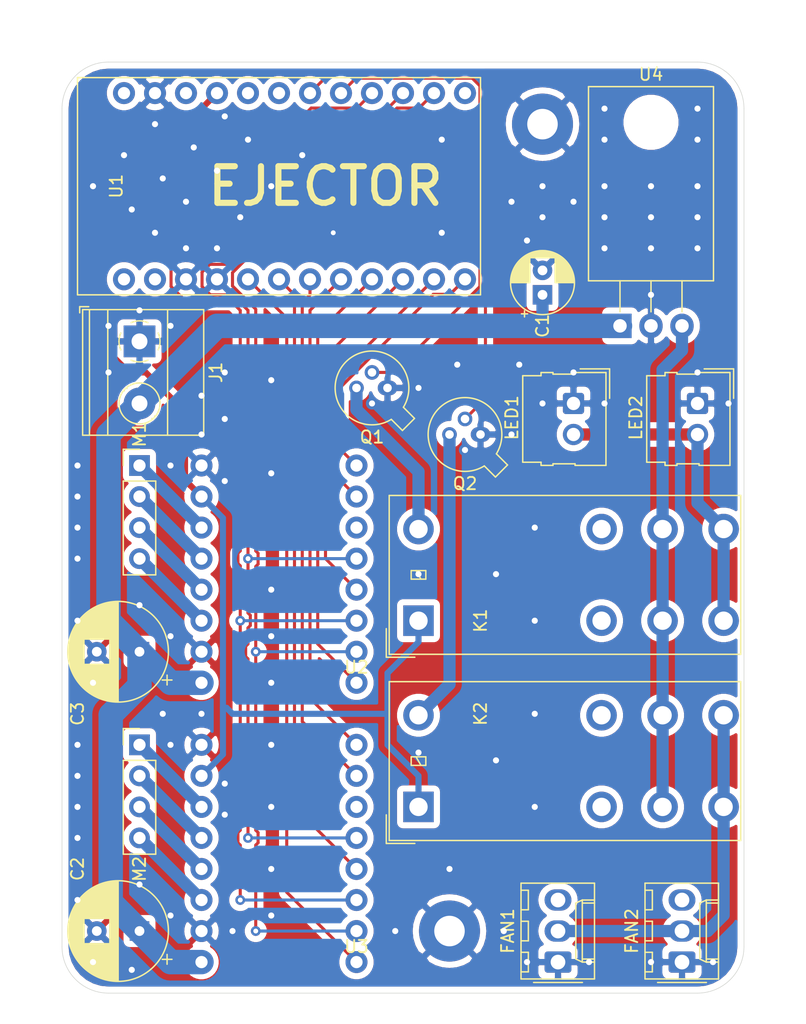
<source format=kicad_pcb>
(kicad_pcb (version 20171130) (host pcbnew "(5.1.5)-3")
  (layers (0 F.Cu signal) (31 B.Cu signal) (34 B.Paste user) (35 F.Paste user) (36 B.SilkS user) (37 F.SilkS user) (38 B.Mask user) (39 F.Mask user) (44 Edge.Cuts user))
  (net 0 "")
  (net 1 GND)
  (net 2 +12V)
  (net 3 +24V)
  (net 4 "Net-(FAN1-Pad3)")
  (net 5 "Net-(FAN1-Pad2)")
  (net 6 "Net-(FAN2-Pad3)")
  (net 7 "Net-(K1-Pad7)")
  (net 8 "Net-(K1-Pad4)")
  (net 9 "Net-(K1-Pad2)")
  (net 10 "Net-(K2-Pad2)")
  (net 11 +5V)
  (net 12 "Net-(M1-Pad4)")
  (net 13 "Net-(M1-Pad3)")
  (net 14 "Net-(M1-Pad2)")
  (net 15 "Net-(M1-Pad1)")
  (net 16 "Net-(M2-Pad4)")
  (net 17 "Net-(M2-Pad3)")
  (net 18 "Net-(M2-Pad2)")
  (net 19 "Net-(M2-Pad1)")
  (net 20 "Net-(U1-Pad24)")
  (net 21 "Net-(U1-Pad22)")
  (net 22 "Net-(U1-Pad20)")
  (net 23 "Net-(U1-Pad19)")
  (net 24 "Net-(U1-Pad2)")
  (net 25 "Net-(U1-Pad1)")
  (net 26 "Net-(K2-Pad7)")
  (net 27 "Net-(K1-Pad8)")
  (net 28 "Net-(K2-Pad8)")
  (net 29 "Net-(U2-Pad6)")
  (net 30 "Net-(U3-Pad6)")
  (net 31 /LED_EN)
  (net 32 /FAN_EN)
  (net 33 /SCLK)
  (net 34 /MISO)
  (net 35 /MOSI)
  (net 36 /M1_DIR)
  (net 37 /M1_STEP)
  (net 38 /M1_CS)
  (net 39 /M1_EN)
  (net 40 /M2_DIR)
  (net 41 /M2_STEP)
  (net 42 /M2_CS)
  (net 43 /M2_EN)
  (net 44 "Net-(U1-Pad13)")
  (module ejector:ARDUINOPROMICRO (layer F.Cu) (at 123.19 80.01 90)
    (fp_text reference U1 (at 0 -13.335 90) (layer F.SilkS))
    (fp_text value Arduino_pro_micro)
    (pad 24 thru_hole circle (at 7.62 -12.7 90) (size 1.8 1.8) (drill 1) (layers *.Cu *.Mask) (net 20 "Net-(U1-Pad24)"))
    (pad 23 thru_hole circle (at 7.62 -10.16 90) (size 1.8 1.8) (drill 1) (layers *.Cu *.Mask) (net 1 GND))
    (pad 22 thru_hole circle (at 7.62 -7.62 90) (size 1.8 1.8) (drill 1) (layers *.Cu *.Mask) (net 21 "Net-(U1-Pad22)"))
    (pad 21 thru_hole circle (at 7.62 -5.08 90) (size 1.8 1.8) (drill 1) (layers *.Cu *.Mask) (net 11 +5V))
    (pad 20 thru_hole circle (at 7.62 -2.54 90) (size 1.8 1.8) (drill 1) (layers *.Cu *.Mask) (net 22 "Net-(U1-Pad20)"))
    (pad 19 thru_hole circle (at 7.62 0 90) (size 1.8 1.8) (drill 1) (layers *.Cu *.Mask) (net 23 "Net-(U1-Pad19)"))
    (pad 18 thru_hole circle (at 7.62 2.54 90) (size 1.8 1.8) (drill 1) (layers *.Cu *.Mask) (net 32 /FAN_EN))
    (pad 17 thru_hole circle (at 7.62 5.08 90) (size 1.8 1.8) (drill 1) (layers *.Cu *.Mask) (net 31 /LED_EN))
    (pad 16 thru_hole circle (at 7.62 7.62 90) (size 1.8 1.8) (drill 1) (layers *.Cu *.Mask) (net 33 /SCLK))
    (pad 15 thru_hole circle (at 7.62 10.16 90) (size 1.8 1.8) (drill 1) (layers *.Cu *.Mask) (net 34 /MISO))
    (pad 14 thru_hole circle (at 7.62 12.7 90) (size 1.8 1.8) (drill 1) (layers *.Cu *.Mask) (net 35 /MOSI))
    (pad 13 thru_hole circle (at 7.62 15.24 90) (size 1.8 1.8) (drill 1) (layers *.Cu *.Mask) (net 44 "Net-(U1-Pad13)"))
    (pad 12 thru_hole circle (at -7.62 15.24 90) (size 1.8 1.8) (drill 1) (layers *.Cu *.Mask) (net 36 /M1_DIR))
    (pad 11 thru_hole circle (at -7.62 12.7 90) (size 1.8 1.8) (drill 1) (layers *.Cu *.Mask) (net 37 /M1_STEP))
    (pad 10 thru_hole circle (at -7.62 10.16 90) (size 1.8 1.8) (drill 1) (layers *.Cu *.Mask) (net 38 /M1_CS))
    (pad 9 thru_hole circle (at -7.62 7.62 90) (size 1.8 1.8) (drill 1) (layers *.Cu *.Mask) (net 39 /M1_EN))
    (pad 8 thru_hole circle (at -7.62 5.08 90) (size 1.8 1.8) (drill 1) (layers *.Cu *.Mask) (net 40 /M2_DIR))
    (pad 7 thru_hole circle (at -7.62 2.54 90) (size 1.8 1.8) (drill 1) (layers *.Cu *.Mask) (net 41 /M2_STEP))
    (pad 6 thru_hole circle (at -7.62 0 90) (size 1.8 1.8) (drill 1) (layers *.Cu *.Mask) (net 42 /M2_CS))
    (pad 5 thru_hole circle (at -7.62 -2.54 90) (size 1.8 1.8) (drill 1) (layers *.Cu *.Mask) (net 43 /M2_EN))
    (pad 4 thru_hole circle (at -7.62 -5.08 90) (size 1.8 1.8) (drill 1) (layers *.Cu *.Mask) (net 1 GND))
    (pad 3 thru_hole circle (at -7.62 -7.62 90) (size 1.8 1.8) (drill 1) (layers *.Cu *.Mask) (net 1 GND))
    (pad 2 thru_hole circle (at -7.62 -10.16 90) (size 1.8 1.8) (drill 1) (layers *.Cu *.Mask) (net 24 "Net-(U1-Pad2)"))
    (pad 1 thru_hole circle (at -7.62 -12.7 90) (size 1.8 1.8) (drill 1) (layers *.Cu *.Mask) (net 25 "Net-(U1-Pad1)"))
  )
  (module ejector:A4988 (layer F.Cu) (at 129.54 143.51 180)
    (fp_text reference U3 (at 0 1.27) (layer F.SilkS))
    (fp_text value A4988)
    (pad 16 thru_hole circle (at 12.7 0 180) (size 1.8 1.8) (drill 1) (layers *.Cu *.Mask) (net 3 +24V))
    (pad 15 thru_hole circle (at 12.7 2.54 180) (size 1.8 1.8) (drill 1) (layers *.Cu *.Mask) (net 1 GND))
    (pad 14 thru_hole circle (at 12.7 5.08 180) (size 1.8 1.8) (drill 1) (layers *.Cu *.Mask) (net 16 "Net-(M2-Pad4)"))
    (pad 13 thru_hole circle (at 12.7 7.62 180) (size 1.8 1.8) (drill 1) (layers *.Cu *.Mask) (net 17 "Net-(M2-Pad3)"))
    (pad 12 thru_hole circle (at 12.7 10.16 180) (size 1.8 1.8) (drill 1) (layers *.Cu *.Mask) (net 18 "Net-(M2-Pad2)"))
    (pad 11 thru_hole circle (at 12.7 12.7 180) (size 1.8 1.8) (drill 1) (layers *.Cu *.Mask) (net 19 "Net-(M2-Pad1)"))
    (pad 10 thru_hole circle (at 12.7 15.24 180) (size 1.8 1.8) (drill 1) (layers *.Cu *.Mask) (net 11 +5V))
    (pad 9 thru_hole circle (at 12.7 17.78 180) (size 1.8 1.8) (drill 1) (layers *.Cu *.Mask) (net 1 GND))
    (pad 8 thru_hole circle (at 0 17.78 180) (size 1.8 1.8) (drill 1) (layers *.Cu *.Mask) (net 40 /M2_DIR))
    (pad 7 thru_hole circle (at 0 15.24 180) (size 1.8 1.8) (drill 1) (layers *.Cu *.Mask) (net 41 /M2_STEP))
    (pad 6 thru_hole circle (at 0 12.7 180) (size 1.8 1.8) (drill 1) (layers *.Cu *.Mask) (net 30 "Net-(U3-Pad6)"))
    (pad 5 thru_hole circle (at 0 10.16 180) (size 1.8 1.8) (drill 1) (layers *.Cu *.Mask) (net 34 /MISO))
    (pad 4 thru_hole circle (at 0 7.62 180) (size 1.8 1.8) (drill 1) (layers *.Cu *.Mask) (net 42 /M2_CS))
    (pad 3 thru_hole circle (at 0 5.08 180) (size 1.8 1.8) (drill 1) (layers *.Cu *.Mask) (net 33 /SCLK))
    (pad 2 thru_hole circle (at 0 2.54 180) (size 1.8 1.8) (drill 1) (layers *.Cu *.Mask) (net 35 /MOSI))
    (pad 1 thru_hole circle (at 0 0 180) (size 1.8 1.8) (drill 1) (layers *.Cu *.Mask) (net 43 /M2_EN))
  )
  (module ejector:A4988 (layer F.Cu) (at 129.54 120.65 180)
    (fp_text reference U2 (at 0 1.27) (layer F.SilkS))
    (fp_text value A4988)
    (pad 16 thru_hole circle (at 12.7 0 180) (size 1.8 1.8) (drill 1) (layers *.Cu *.Mask) (net 3 +24V))
    (pad 15 thru_hole circle (at 12.7 2.54 180) (size 1.8 1.8) (drill 1) (layers *.Cu *.Mask) (net 1 GND))
    (pad 14 thru_hole circle (at 12.7 5.08 180) (size 1.8 1.8) (drill 1) (layers *.Cu *.Mask) (net 12 "Net-(M1-Pad4)"))
    (pad 13 thru_hole circle (at 12.7 7.62 180) (size 1.8 1.8) (drill 1) (layers *.Cu *.Mask) (net 13 "Net-(M1-Pad3)"))
    (pad 12 thru_hole circle (at 12.7 10.16 180) (size 1.8 1.8) (drill 1) (layers *.Cu *.Mask) (net 14 "Net-(M1-Pad2)"))
    (pad 11 thru_hole circle (at 12.7 12.7 180) (size 1.8 1.8) (drill 1) (layers *.Cu *.Mask) (net 15 "Net-(M1-Pad1)"))
    (pad 10 thru_hole circle (at 12.7 15.24 180) (size 1.8 1.8) (drill 1) (layers *.Cu *.Mask) (net 11 +5V))
    (pad 9 thru_hole circle (at 12.7 17.78 180) (size 1.8 1.8) (drill 1) (layers *.Cu *.Mask) (net 1 GND))
    (pad 8 thru_hole circle (at 0 17.78 180) (size 1.8 1.8) (drill 1) (layers *.Cu *.Mask) (net 36 /M1_DIR))
    (pad 7 thru_hole circle (at 0 15.24 180) (size 1.8 1.8) (drill 1) (layers *.Cu *.Mask) (net 37 /M1_STEP))
    (pad 6 thru_hole circle (at 0 12.7 180) (size 1.8 1.8) (drill 1) (layers *.Cu *.Mask) (net 29 "Net-(U2-Pad6)"))
    (pad 5 thru_hole circle (at 0 10.16 180) (size 1.8 1.8) (drill 1) (layers *.Cu *.Mask) (net 34 /MISO))
    (pad 4 thru_hole circle (at 0 7.62 180) (size 1.8 1.8) (drill 1) (layers *.Cu *.Mask) (net 38 /M1_CS))
    (pad 3 thru_hole circle (at 0 5.08 180) (size 1.8 1.8) (drill 1) (layers *.Cu *.Mask) (net 33 /SCLK))
    (pad 2 thru_hole circle (at 0 2.54 180) (size 1.8 1.8) (drill 1) (layers *.Cu *.Mask) (net 35 /MOSI))
    (pad 1 thru_hole circle (at 0 0 180) (size 1.8 1.8) (drill 1) (layers *.Cu *.Mask) (net 39 /M1_EN))
  )
  (module Package_TO_SOT_THT:TO-18-3 (layer F.Cu) (at 139.7 100.33 180)
    (fp_text reference Q2 (at 1.27 -4.02 180) (layer F.SilkS))
    (fp_text value 2N2222)
    (pad 3 thru_hole oval (at 2.54 0 180) (size 1.2 1.2) (drill 0.7) (layers *.Cu *.Mask) (net 28 "Net-(K2-Pad8)"))
    (pad 2 thru_hole oval (at 1.27 1.27 180) (size 1.2 1.2) (drill 0.7) (layers *.Cu *.Mask) (net 32 /FAN_EN))
    (pad 1 thru_hole oval (at 0 0 180) (size 1.6 1.2) (drill 0.7) (layers *.Cu *.Mask) (net 1 GND))
  )
  (module MountingHole:MountingHole_2.5mm_Pad (layer F.Cu) (at 137.16 140.97)
    (fp_text reference H2 hide)
    (fp_text value MountingHole_Pad)
    (pad 1 thru_hole circle (at 0 0) (size 5 5) (drill 2.5) (layers *.Cu *.Mask) (net 1 GND))
  )
  (module MountingHole:MountingHole_2.5mm_Pad (layer F.Cu) (at 144.78 74.93)
    (fp_text reference H1 hide)
    (fp_text value MountingHole_Pad)
    (pad 1 thru_hole circle (at 0 0) (size 5 5) (drill 2.5) (layers *.Cu *.Mask) (net 1 GND))
  )
  (module Capacitor_THT:CP_Radial_D8.0mm_P3.50mm (layer F.Cu) (at 111.76 140.97 180)
    (fp_text reference C2 (at 5.08 5.08 90) (layer F.SilkS))
    (fp_text value 100u)
    (pad 2 thru_hole circle (at 3.5 0 180) (size 1.6 1.6) (drill 0.8) (layers *.Cu *.Mask) (net 1 GND))
    (pad 1 thru_hole rect (at 0 0 180) (size 1.6 1.6) (drill 0.8) (layers *.Cu *.Mask) (net 3 +24V))
  )
  (module Relay_THT:Relay_DPDT_Panasonic_JW2 (layer F.Cu) (at 134.62 115.57)
    (fp_text reference K1 (at 5.08 0 90) (layer F.SilkS))
    (fp_text value AZ850-x)
    (pad 8 thru_hole oval (at 0 -7.5 90) (size 2.5 2.5) (drill 1.5) (layers *.Cu *.Mask) (net 27 "Net-(K1-Pad8)"))
    (pad 7 thru_hole oval (at 15 -7.5 90) (size 2.5 2.5) (drill 1.5) (layers *.Cu *.Mask) (net 7 "Net-(K1-Pad7)"))
    (pad 6 thru_hole oval (at 20 -7.5 90) (size 2.5 2.5) (drill 1.5) (layers *.Cu *.Mask) (net 2 +12V))
    (pad 5 thru_hole oval (at 25 -7.5 90) (size 2.5 2.5) (drill 1.5) (layers *.Cu *.Mask) (net 8 "Net-(K1-Pad4)"))
    (pad 4 thru_hole oval (at 25 0 90) (size 2.5 2.5) (drill 1.5) (layers *.Cu *.Mask) (net 8 "Net-(K1-Pad4)"))
    (pad 3 thru_hole oval (at 20 0 90) (size 2.5 2.5) (drill 1.5) (layers *.Cu *.Mask) (net 2 +12V))
    (pad 2 thru_hole oval (at 15 0 90) (size 2.5 2.5) (drill 1.5) (layers *.Cu *.Mask) (net 9 "Net-(K1-Pad2)"))
    (pad 1 thru_hole rect (at 0 0 90) (size 2.5 2.5) (drill 1.5) (layers *.Cu *.Mask) (net 11 +5V))
  )
  (module Capacitor_THT:CP_Radial_D5.0mm_P2.00mm (layer F.Cu) (at 144.78 88.9 90)
    (fp_text reference C1 (at -2.54 0 90) (layer F.SilkS))
    (fp_text value 0.33u)
    (pad 2 thru_hole circle (at 2 0 90) (size 1.6 1.6) (drill 0.8) (layers *.Cu *.Mask) (net 1 GND))
    (pad 1 thru_hole rect (at 0 0 90) (size 1.6 1.6) (drill 0.8) (layers *.Cu *.Mask) (net 3 +24V))
  )
  (module Relay_THT:Relay_DPDT_Panasonic_JW2 (layer F.Cu) (at 134.62 130.81)
    (fp_text reference K2 (at 5.08 -7.62 90) (layer F.SilkS))
    (fp_text value AZ850-x)
    (pad 8 thru_hole oval (at 0 -7.5 90) (size 2.5 2.5) (drill 1.5) (layers *.Cu *.Mask) (net 28 "Net-(K2-Pad8)"))
    (pad 7 thru_hole oval (at 15 -7.5 90) (size 2.5 2.5) (drill 1.5) (layers *.Cu *.Mask) (net 26 "Net-(K2-Pad7)"))
    (pad 6 thru_hole oval (at 20 -7.5 90) (size 2.5 2.5) (drill 1.5) (layers *.Cu *.Mask) (net 2 +12V))
    (pad 5 thru_hole oval (at 25 -7.5 90) (size 2.5 2.5) (drill 1.5) (layers *.Cu *.Mask) (net 5 "Net-(FAN1-Pad2)"))
    (pad 4 thru_hole oval (at 25 0 90) (size 2.5 2.5) (drill 1.5) (layers *.Cu *.Mask) (net 5 "Net-(FAN1-Pad2)"))
    (pad 3 thru_hole oval (at 20 0 90) (size 2.5 2.5) (drill 1.5) (layers *.Cu *.Mask) (net 2 +12V))
    (pad 2 thru_hole oval (at 15 0 90) (size 2.5 2.5) (drill 1.5) (layers *.Cu *.Mask) (net 10 "Net-(K2-Pad2)"))
    (pad 1 thru_hole rect (at 0 0 90) (size 2.5 2.5) (drill 1.5) (layers *.Cu *.Mask) (net 11 +5V))
  )
  (module Package_TO_SOT_THT:TO-220-3_Horizontal_TabDown (layer F.Cu) (at 151.13 91.44)
    (fp_text reference U4 (at 2.54 -20.58) (layer F.SilkS))
    (fp_text value MC7800AE)
    (pad 3 thru_hole oval (at 5.08 0) (size 1.905 2) (drill 1.1) (layers *.Cu *.Mask) (net 2 +12V))
    (pad 2 thru_hole oval (at 2.54 0) (size 1.905 2) (drill 1.1) (layers *.Cu *.Mask) (net 1 GND))
    (pad 1 thru_hole rect (at 0 0) (size 1.905 2) (drill 1.1) (layers *.Cu *.Mask) (net 3 +24V))
    (pad "" np_thru_hole oval (at 2.54 -16.66) (size 3.5 3.5) (drill 3.5) (layers *.Cu *.Mask))
  )
  (module Package_TO_SOT_THT:TO-18-3 (layer F.Cu) (at 132.08 96.52 180)
    (fp_text reference Q1 (at 1.27 -4.02) (layer F.SilkS))
    (fp_text value 2N2222)
    (pad 3 thru_hole oval (at 2.54 0 180) (size 1.2 1.2) (drill 0.7) (layers *.Cu *.Mask) (net 27 "Net-(K1-Pad8)"))
    (pad 2 thru_hole oval (at 1.27 1.27 180) (size 1.2 1.2) (drill 0.7) (layers *.Cu *.Mask) (net 31 /LED_EN))
    (pad 1 thru_hole oval (at 0 0 180) (size 1.6 1.2) (drill 0.7) (layers *.Cu *.Mask) (net 1 GND))
  )
  (module Capacitor_THT:CP_Radial_D8.0mm_P3.50mm (layer F.Cu) (at 111.76 118.11 180)
    (fp_text reference C3 (at 5.08 -5.08 90) (layer F.SilkS))
    (fp_text value 100u)
    (pad 2 thru_hole circle (at 3.5 0 180) (size 1.6 1.6) (drill 0.8) (layers *.Cu *.Mask) (net 1 GND))
    (pad 1 thru_hole rect (at 0 0 180) (size 1.6 1.6) (drill 0.8) (layers *.Cu *.Mask) (net 3 +24V))
  )
  (module Connector_Molex:Molex_SL_171971-0002_1x02_P2.54mm_Vertical (layer F.Cu) (at 147.32 97.79 270)
    (fp_text reference LED1 (at 1.17 5.05 90) (layer F.SilkS))
    (fp_text value Conn_01x02_Female)
    (pad 2 thru_hole circle (at 2.54 0 270) (size 1.74 1.74) (drill 1.09) (layers *.Cu *.Mask) (net 8 "Net-(K1-Pad4)"))
    (pad 1 thru_hole roundrect (at 0 0 270) (size 1.74 1.74) (drill 1.09) (layers *.Cu *.Mask) (roundrect_rratio 0.143678) (net 1 GND))
  )
  (module Connector_Molex:Molex_SL_171971-0002_1x02_P2.54mm_Vertical (layer F.Cu) (at 157.48 97.79 270)
    (fp_text reference LED2 (at 1.17 5.05 90) (layer F.SilkS))
    (fp_text value Conn_01x02_Female)
    (pad 2 thru_hole circle (at 2.54 0 270) (size 1.74 1.74) (drill 1.09) (layers *.Cu *.Mask) (net 8 "Net-(K1-Pad4)"))
    (pad 1 thru_hole roundrect (at 0 0 270) (size 1.74 1.74) (drill 1.09) (layers *.Cu *.Mask) (roundrect_rratio 0.143678) (net 1 GND))
  )
  (module TerminalBlock_Phoenix:TerminalBlock_Phoenix_MKDS-1,5-2-5.08_1x02_P5.08mm_Horizontal (layer F.Cu) (at 111.76 92.71 270)
    (fp_text reference J1 (at 2.54 -6.26 90) (layer F.SilkS))
    (fp_text value Screw_Terminal_01x02)
    (pad 2 thru_hole circle (at 5.08 0 270) (size 2.6 2.6) (drill 1.3) (layers *.Cu *.Mask) (net 3 +24V))
    (pad 1 thru_hole rect (at 0 0 270) (size 2.6 2.6) (drill 1.3) (layers *.Cu *.Mask) (net 1 GND))
  )
  (module Connector_Molex:Molex_KK-254_AE-6410-03A_1x03_P2.54mm_Vertical (layer F.Cu) (at 156.21 143.51 90)
    (fp_text reference FAN2 (at 2.54 -4.12 90) (layer F.SilkS))
    (fp_text value Conn_01x02_Female)
    (pad 3 thru_hole oval (at 5.08 0 90) (size 1.74 2.2) (drill 1.2) (layers *.Cu *.Mask) (net 6 "Net-(FAN2-Pad3)"))
    (pad 2 thru_hole oval (at 2.54 0 90) (size 1.74 2.2) (drill 1.2) (layers *.Cu *.Mask) (net 5 "Net-(FAN1-Pad2)"))
    (pad 1 thru_hole roundrect (at 0 0 90) (size 1.74 2.2) (drill 1.2) (layers *.Cu *.Mask) (roundrect_rratio 0.143678) (net 1 GND))
  )
  (module Connector_Molex:Molex_KK-254_AE-6410-03A_1x03_P2.54mm_Vertical (layer F.Cu) (at 146.05 143.51 90)
    (fp_text reference FAN1 (at 2.54 -4.12 90) (layer F.SilkS))
    (fp_text value Conn_01x02_Female)
    (pad 3 thru_hole oval (at 5.08 0 90) (size 1.74 2.2) (drill 1.2) (layers *.Cu *.Mask) (net 4 "Net-(FAN1-Pad3)"))
    (pad 2 thru_hole oval (at 2.54 0 90) (size 1.74 2.2) (drill 1.2) (layers *.Cu *.Mask) (net 5 "Net-(FAN1-Pad2)"))
    (pad 1 thru_hole roundrect (at 0 0 90) (size 1.74 2.2) (drill 1.2) (layers *.Cu *.Mask) (roundrect_rratio 0.143678) (net 1 GND))
  )
  (module Connector_PinHeader_2.54mm:PinHeader_1x04_P2.54mm_Vertical (layer F.Cu) (at 111.76 125.73)
    (fp_text reference M2 (at 0 10.16 90) (layer F.SilkS))
    (fp_text value Conn_01x04_Male)
    (pad 4 thru_hole oval (at 0 7.62) (size 1.7 1.7) (drill 1) (layers *.Cu *.Mask) (net 16 "Net-(M2-Pad4)"))
    (pad 3 thru_hole oval (at 0 5.08) (size 1.7 1.7) (drill 1) (layers *.Cu *.Mask) (net 17 "Net-(M2-Pad3)"))
    (pad 2 thru_hole oval (at 0 2.54) (size 1.7 1.7) (drill 1) (layers *.Cu *.Mask) (net 18 "Net-(M2-Pad2)"))
    (pad 1 thru_hole rect (at 0 0) (size 1.7 1.7) (drill 1) (layers *.Cu *.Mask) (net 19 "Net-(M2-Pad1)"))
  )
  (module Connector_PinHeader_2.54mm:PinHeader_1x04_P2.54mm_Vertical (layer F.Cu) (at 111.76 102.87)
    (fp_text reference M1 (at 0 -2.54 270) (layer F.SilkS))
    (fp_text value Conn_01x04_Male)
    (pad 4 thru_hole oval (at 0 7.62) (size 1.7 1.7) (drill 1) (layers *.Cu *.Mask) (net 12 "Net-(M1-Pad4)"))
    (pad 3 thru_hole oval (at 0 5.08) (size 1.7 1.7) (drill 1) (layers *.Cu *.Mask) (net 13 "Net-(M1-Pad3)"))
    (pad 2 thru_hole oval (at 0 2.54) (size 1.7 1.7) (drill 1) (layers *.Cu *.Mask) (net 14 "Net-(M1-Pad2)"))
    (pad 1 thru_hole rect (at 0 0) (size 1.7 1.7) (drill 1) (layers *.Cu *.Mask) (net 15 "Net-(M1-Pad1)"))
  )
  (gr_arc (start 109.22 142.24) (end 105.41 142.24) (angle -90) (layer Edge.Cuts) (width 0.05))
  (gr_arc (start 157.48 142.24) (end 157.48 146.05) (angle -90) (layer Edge.Cuts) (width 0.05))
  (gr_arc (start 157.48 73.66) (end 161.29 73.66) (angle -90) (layer Edge.Cuts) (width 0.05))
  (gr_arc (start 109.22 73.66) (end 109.22 69.85) (angle -90) (layer Edge.Cuts) (width 0.05))
  (gr_line (start 105.41 73.66) (end 105.41 142.24) (layer Edge.Cuts) (width 0.05))
  (gr_line (start 157.48 69.85) (end 109.22 69.85) (layer Edge.Cuts) (width 0.05))
  (gr_line (start 161.29 142.24) (end 161.29 73.66) (layer Edge.Cuts) (width 0.05))
  (gr_line (start 109.22 146.05) (end 157.48 146.05) (layer Edge.Cuts) (width 0.05))
  (gr_text EJECTOR (at 127 80.01) (layer F.SilkS) (effects (font (size 3 3) (thickness 0.5))))
  (via (at 111.76 114.3) (size 1) (drill 0.5) (layers F.Cu B.Cu) (net 1))
  (via (at 114.3 116.84) (size 1) (drill 0.5) (layers F.Cu B.Cu) (net 1))
  (via (at 114.3 139.7) (size 1) (drill 0.5) (layers F.Cu B.Cu) (net 1))
  (via (at 111.76 137.16) (size 1) (drill 0.5) (layers F.Cu B.Cu) (net 1))
  (via (at 107.95 120.65) (size 1) (drill 0.5) (layers F.Cu B.Cu) (net 1))
  (via (at 107.95 143.51) (size 1) (drill 0.5) (layers F.Cu B.Cu) (net 1))
  (via (at 106.68 138.43) (size 1) (drill 0.5) (layers F.Cu B.Cu) (net 1))
  (via (at 106.68 115.57) (size 1) (drill 0.5) (layers F.Cu B.Cu) (net 1))
  (via (at 116.84 100.33) (size 1) (drill 0.5) (layers F.Cu B.Cu) (net 1))
  (via (at 116.84 123.19) (size 1) (drill 0.5) (layers F.Cu B.Cu) (net 1))
  (via (at 114.3 125.73) (size 1) (drill 0.5) (layers F.Cu B.Cu) (net 1))
  (via (at 114.3 102.87) (size 1) (drill 0.5) (layers F.Cu B.Cu) (net 1))
  (via (at 138.43 101.6) (size 1) (drill 0.5) (layers F.Cu B.Cu) (net 1))
  (via (at 130.81 97.79) (size 1) (drill 0.5) (layers F.Cu B.Cu) (net 1))
  (via (at 153.67 88.9) (size 1) (drill 0.5) (layers F.Cu B.Cu) (net 1))
  (via (at 149.86 73.66) (size 1) (drill 0.5) (layers F.Cu B.Cu) (net 1))
  (via (at 149.86 76.2) (size 1) (drill 0.5) (layers F.Cu B.Cu) (net 1))
  (via (at 157.48 73.66) (size 1) (drill 0.5) (layers F.Cu B.Cu) (net 1))
  (via (at 157.48 76.2) (size 1) (drill 0.5) (layers F.Cu B.Cu) (net 1))
  (via (at 149.86 80.01) (size 1) (drill 0.5) (layers F.Cu B.Cu) (net 1))
  (via (at 149.86 85.09) (size 1) (drill 0.5) (layers F.Cu B.Cu) (net 1))
  (via (at 157.48 85.09) (size 1) (drill 0.5) (layers F.Cu B.Cu) (net 1))
  (via (at 157.48 80.01) (size 1) (drill 0.5) (layers F.Cu B.Cu) (net 1))
  (via (at 153.67 80.01) (size 1) (drill 0.5) (layers F.Cu B.Cu) (net 1))
  (via (at 153.67 85.09) (size 1) (drill 0.5) (layers F.Cu B.Cu) (net 1))
  (via (at 153.67 82.55) (size 1) (drill 0.5) (layers F.Cu B.Cu) (net 1))
  (via (at 157.48 82.55) (size 1) (drill 0.5) (layers F.Cu B.Cu) (net 1))
  (via (at 149.86 82.55) (size 1) (drill 0.5) (layers F.Cu B.Cu) (net 1))
  (via (at 115.57 85.09) (size 1) (drill 0.5) (layers F.Cu B.Cu) (net 1))
  (via (at 113.03 74.93) (size 1) (drill 0.5) (layers F.Cu B.Cu) (net 1))
  (via (at 118.11 85.09) (size 1) (drill 0.5) (layers F.Cu B.Cu) (net 1))
  (via (at 160.02 97.79) (size 1) (drill 0.5) (layers F.Cu B.Cu) (net 1))
  (via (at 149.86 97.79) (size 1) (drill 0.5) (layers F.Cu B.Cu) (net 1))
  (via (at 144.78 97.79) (size 1) (drill 0.5) (layers F.Cu B.Cu) (net 1))
  (via (at 157.48 95.25) (size 1) (drill 0.5) (layers F.Cu B.Cu) (net 1))
  (via (at 148.59 143.51) (size 1) (drill 0.5) (layers F.Cu B.Cu) (net 1))
  (via (at 143.51 143.51) (size 1) (drill 0.5) (layers F.Cu B.Cu) (net 1))
  (via (at 153.67 143.51) (size 1) (drill 0.5) (layers F.Cu B.Cu) (net 1))
  (via (at 158.75 143.51) (size 1) (drill 0.5) (layers F.Cu B.Cu) (net 1))
  (via (at 144.78 80.01) (size 1) (drill 0.5) (layers F.Cu B.Cu) (net 1))
  (via (at 144.78 82.55) (size 1) (drill 0.5) (layers F.Cu B.Cu) (net 1))
  (via (at 114.3 91.44) (size 1) (drill 0.5) (layers F.Cu B.Cu) (net 1))
  (via (at 109.22 91.44) (size 1) (drill 0.5) (layers F.Cu B.Cu) (net 1))
  (via (at 109.22 95.25) (size 1) (drill 0.5) (layers F.Cu B.Cu) (net 1))
  (via (at 111.76 90.17) (size 1) (drill 0.5) (layers F.Cu B.Cu) (net 1))
  (via (at 142.24 100.33) (size 1) (drill 0.5) (layers F.Cu B.Cu) (net 1))
  (via (at 134.62 96.52) (size 1) (drill 0.5) (layers F.Cu B.Cu) (net 1))
  (via (at 113.03 83.82) (size 1) (drill 0.5) (layers F.Cu B.Cu) (net 1))
  (via (at 115.57 81.28) (size 1) (drill 0.5) (layers F.Cu B.Cu) (net 1))
  (via (at 127.635 83.82) (size 0.8) (drill 0.4) (layers F.Cu B.Cu) (net 1))
  (via (at 136.525 83.82) (size 1) (drill 0.5) (layers F.Cu B.Cu) (net 1))
  (via (at 136.525 76.2) (size 1) (drill 0.5) (layers F.Cu B.Cu) (net 1))
  (via (at 122.555 95.885) (size 1) (drill 0.5) (layers F.Cu B.Cu) (net 1))
  (via (at 122.555 103.505) (size 1) (drill 0.5) (layers F.Cu B.Cu) (net 1))
  (via (at 122.555 113.03) (size 1) (drill 0.5) (layers F.Cu B.Cu) (net 1))
  (via (at 122.555 116.84) (size 1) (drill 0.5) (layers F.Cu B.Cu) (net 1))
  (via (at 122.555 120.65) (size 1) (drill 0.5) (layers F.Cu B.Cu) (net 1))
  (via (at 122.555 125.73) (size 1) (drill 0.5) (layers F.Cu B.Cu) (net 1))
  (via (at 122.555 130.81) (size 1) (drill 0.5) (layers F.Cu B.Cu) (net 1))
  (via (at 122.555 135.89) (size 1) (drill 0.5) (layers F.Cu B.Cu) (net 1))
  (via (at 122.555 139.7) (size 1) (drill 0.5) (layers F.Cu B.Cu) (net 1))
  (via (at 134.62 111.76) (size 1) (drill 0.5) (layers F.Cu B.Cu) (net 1))
  (via (at 134.62 126.365) (size 1) (drill 0.5) (layers F.Cu B.Cu) (net 1))
  (via (at 106.68 125.73) (size 1) (drill 0.5) (layers F.Cu B.Cu) (net 1))
  (via (at 106.68 128.27) (size 1) (drill 0.5) (layers F.Cu B.Cu) (net 1))
  (via (at 106.68 130.81) (size 1) (drill 0.5) (layers F.Cu B.Cu) (net 1))
  (via (at 106.68 133.35) (size 1) (drill 0.5) (layers F.Cu B.Cu) (net 1))
  (via (at 106.68 102.87) (size 1) (drill 0.5) (layers F.Cu B.Cu) (net 1))
  (via (at 106.68 105.41) (size 1) (drill 0.5) (layers F.Cu B.Cu) (net 1))
  (via (at 106.68 107.95) (size 1) (drill 0.5) (layers F.Cu B.Cu) (net 1))
  (via (at 106.68 110.49) (size 1) (drill 0.5) (layers F.Cu B.Cu) (net 1))
  (via (at 118.11 78.74) (size 1) (drill 0.5) (layers F.Cu B.Cu) (net 1))
  (via (at 120.65 76.2) (size 1) (drill 0.5) (layers F.Cu B.Cu) (net 1))
  (via (at 111.125 81.915) (size 1) (drill 0.5) (layers F.Cu B.Cu) (net 1))
  (via (at 113.665 79.375) (size 1) (drill 0.5) (layers F.Cu B.Cu) (net 1))
  (via (at 116.205 76.835) (size 1) (drill 0.5) (layers F.Cu B.Cu) (net 1))
  (via (at 118.745 74.295) (size 1) (drill 0.5) (layers F.Cu B.Cu) (net 1))
  (via (at 110.49 77.47) (size 1) (drill 0.5) (layers F.Cu B.Cu) (net 1))
  (via (at 107.95 80.01) (size 1) (drill 0.5) (layers F.Cu B.Cu) (net 1))
  (via (at 120.015 82.55) (size 1) (drill 0.5) (layers F.Cu B.Cu) (net 1))
  (via (at 122.555 80.01) (size 1) (drill 0.5) (layers F.Cu B.Cu) (net 1))
  (via (at 125.095 77.47) (size 1) (drill 0.5) (layers F.Cu B.Cu) (net 1))
  (via (at 142.24 81.28) (size 1) (drill 0.5) (layers F.Cu B.Cu) (net 1))
  (via (at 147.32 81.28) (size 1) (drill 0.5) (layers F.Cu B.Cu) (net 1))
  (via (at 147.32 95.25) (size 1) (drill 0.5) (layers F.Cu B.Cu) (net 1))
  (via (at 144.145 107.95) (size 1) (drill 0.5) (layers F.Cu B.Cu) (net 1))
  (via (at 144.145 115.57) (size 1) (drill 0.5) (layers F.Cu B.Cu) (net 1))
  (via (at 144.145 123.19) (size 1) (drill 0.5) (layers F.Cu B.Cu) (net 1))
  (via (at 144.145 130.81) (size 1) (drill 0.5) (layers F.Cu B.Cu) (net 1))
  (via (at 132.715 140.97) (size 1) (drill 0.5) (layers F.Cu B.Cu) (net 1))
  (via (at 141.605 140.97) (size 1) (drill 0.5) (layers F.Cu B.Cu) (net 1))
  (via (at 137.16 135.89) (size 1) (drill 0.5) (layers F.Cu B.Cu) (net 1))
  (via (at 119.38 140.97) (size 1) (drill 0.5) (layers F.Cu B.Cu) (net 1))
  (via (at 113.665 123.19) (size 1) (drill 0.5) (layers F.Cu B.Cu) (net 1))
  (via (at 111.125 144.145) (size 1) (drill 0.5) (layers F.Cu B.Cu) (net 1))
  (via (at 142.875 94.615) (size 1) (drill 0.5) (layers F.Cu B.Cu) (net 1))
  (via (at 137.795 94.615) (size 1) (drill 0.5) (layers F.Cu B.Cu) (net 1))
  (via (at 140.97 111.76) (size 1) (drill 0.5) (layers F.Cu B.Cu) (net 1))
  (via (at 140.97 127) (size 1) (drill 0.5) (layers F.Cu B.Cu) (net 1))
  (via (at 116.84 97.155) (size 1) (drill 0.5) (layers F.Cu B.Cu) (net 1))
  (via (at 118.745 95.25) (size 1) (drill 0.5) (layers F.Cu B.Cu) (net 1))
  (via (at 118.745 99.06) (size 1) (drill 0.5) (layers F.Cu B.Cu) (net 1))
  (via (at 118.745 104.14) (size 1) (drill 0.5) (layers F.Cu B.Cu) (net 1))
  (via (at 118.745 128.905) (size 1) (drill 0.5) (layers F.Cu B.Cu) (net 1))
  (via (at 118.745 131.445) (size 1) (drill 0.5) (layers F.Cu B.Cu) (net 1))
  (via (at 143.51 84.455) (size 1) (drill 0.5) (layers F.Cu B.Cu) (net 1))
  (segment (start 154.62 95.03) (end 154.62 129.042234) (width 1) (layer B.Cu) (net 2))
  (segment (start 156.21 93.44) (end 154.62 95.03) (width 1) (layer B.Cu) (net 2))
  (segment (start 154.62 129.042234) (end 154.62 130.81) (width 1) (layer B.Cu) (net 2))
  (segment (start 156.21 91.44) (end 156.21 93.44) (width 1) (layer B.Cu) (net 2))
  (segment (start 109.22 115.57) (end 111.76 118.11) (width 2) (layer B.Cu) (net 3))
  (segment (start 114.3 143.51) (end 116.84 143.51) (width 2) (layer B.Cu) (net 3))
  (segment (start 111.76 140.97) (end 114.3 143.51) (width 2) (layer B.Cu) (net 3))
  (segment (start 114.3 120.65) (end 116.84 120.65) (width 2) (layer B.Cu) (net 3))
  (segment (start 111.76 118.11) (end 114.3 120.65) (width 2) (layer B.Cu) (net 3))
  (segment (start 109.22 100.33) (end 111.76 97.79) (width 2) (layer B.Cu) (net 3))
  (segment (start 109.22 115.57) (end 109.22 100.33) (width 2) (layer B.Cu) (net 3))
  (segment (start 109.401999 123.268001) (end 111.76 120.91) (width 2) (layer B.Cu) (net 3))
  (segment (start 111.76 140.97) (end 109.401999 138.611999) (width 2) (layer B.Cu) (net 3))
  (segment (start 111.76 120.91) (end 111.76 118.11) (width 2) (layer B.Cu) (net 3))
  (segment (start 109.401999 138.611999) (end 109.401999 123.268001) (width 2) (layer B.Cu) (net 3))
  (segment (start 118.11 91.44) (end 111.76 97.79) (width 2) (layer B.Cu) (net 3))
  (segment (start 144.78 90.7) (end 144.78 91.44) (width 1) (layer B.Cu) (net 3))
  (segment (start 144.78 88.9) (end 144.78 90.7) (width 1) (layer B.Cu) (net 3))
  (segment (start 151.13 91.44) (end 144.78 91.44) (width 2) (layer B.Cu) (net 3))
  (segment (start 144.78 91.44) (end 118.11 91.44) (width 2) (layer B.Cu) (net 3))
  (segment (start 159.62 130.81) (end 159.62 123.31) (width 1) (layer B.Cu) (net 5))
  (segment (start 158.31 140.97) (end 156.21 140.97) (width 1) (layer B.Cu) (net 5))
  (segment (start 159.62 139.66) (end 158.31 140.97) (width 1) (layer B.Cu) (net 5))
  (segment (start 159.62 130.81) (end 159.62 139.66) (width 1) (layer B.Cu) (net 5))
  (segment (start 146.05 140.97) (end 156.21 140.97) (width 1) (layer B.Cu) (net 5))
  (segment (start 159.62 115.57) (end 159.62 108.07) (width 1) (layer B.Cu) (net 8))
  (segment (start 147.32 100.33) (end 157.48 100.33) (width 1) (layer F.Cu) (net 8))
  (segment (start 157.48 105.93) (end 159.62 108.07) (width 1) (layer B.Cu) (net 8))
  (segment (start 157.48 100.33) (end 157.48 105.93) (width 1) (layer B.Cu) (net 8))
  (segment (start 117.739999 106.309999) (end 116.84 105.41) (width 0.5) (layer B.Cu) (net 11))
  (segment (start 118.59801 107.16801) (end 117.739999 106.309999) (width 0.5) (layer B.Cu) (net 11))
  (segment (start 116.84 128.27) (end 118.59801 126.51199) (width 0.5) (layer B.Cu) (net 11))
  (segment (start 115.940001 104.510001) (end 116.84 105.41) (width 0.5) (layer F.Cu) (net 11))
  (segment (start 115.489999 98.474157) (end 115.489999 104.059999) (width 0.5) (layer F.Cu) (net 11))
  (segment (start 112.265842 95.25) (end 115.489999 98.474157) (width 0.5) (layer F.Cu) (net 11))
  (segment (start 110.889998 95.25) (end 112.265842 95.25) (width 0.5) (layer F.Cu) (net 11))
  (segment (start 107.869999 92.230001) (end 110.889998 95.25) (width 0.5) (layer F.Cu) (net 11))
  (segment (start 115.489999 104.059999) (end 115.940001 104.510001) (width 0.5) (layer F.Cu) (net 11))
  (segment (start 118.11 72.39) (end 107.95 82.55) (width 0.5) (layer F.Cu) (net 11))
  (segment (start 107.869999 92.230001) (end 107.869999 82.630001) (width 0.5) (layer F.Cu) (net 11))
  (segment (start 118.59801 126.51199) (end 118.59801 123.67801) (width 0.5) (layer B.Cu) (net 11))
  (segment (start 134.62 117.32) (end 132.08 119.86) (width 0.5) (layer B.Cu) (net 11))
  (segment (start 134.62 115.57) (end 134.62 117.32) (width 0.5) (layer B.Cu) (net 11))
  (segment (start 134.62 128.27) (end 134.62 130.81) (width 0.5) (layer B.Cu) (net 11))
  (segment (start 132.08 125.73) (end 134.62 128.27) (width 0.5) (layer B.Cu) (net 11))
  (segment (start 132.08 123.19) (end 119.38 123.19) (width 0.5) (layer B.Cu) (net 11))
  (segment (start 132.08 123.19) (end 132.08 125.73) (width 0.5) (layer B.Cu) (net 11))
  (segment (start 132.08 119.86) (end 132.08 123.19) (width 0.5) (layer B.Cu) (net 11))
  (segment (start 118.89199 122.70199) (end 119.38 123.19) (width 0.5) (layer B.Cu) (net 11))
  (segment (start 118.59801 122.70199) (end 118.89199 122.70199) (width 0.5) (layer B.Cu) (net 11))
  (segment (start 118.59801 122.70199) (end 118.59801 107.16801) (width 0.5) (layer B.Cu) (net 11))
  (segment (start 118.59801 123.67801) (end 118.59801 122.70199) (width 0.5) (layer B.Cu) (net 11))
  (segment (start 111.76 110.49) (end 116.84 115.57) (width 1) (layer B.Cu) (net 12))
  (segment (start 111.76 107.95) (end 116.84 113.03) (width 1) (layer B.Cu) (net 13))
  (segment (start 111.76 105.41) (end 116.84 110.49) (width 1) (layer B.Cu) (net 14))
  (segment (start 111.76 102.87) (end 116.84 107.95) (width 1) (layer B.Cu) (net 15))
  (segment (start 111.76 133.35) (end 116.84 138.43) (width 1) (layer B.Cu) (net 16))
  (segment (start 111.76 130.81) (end 116.84 135.89) (width 1) (layer B.Cu) (net 17))
  (segment (start 111.76 128.27) (end 116.84 133.35) (width 1) (layer B.Cu) (net 18))
  (segment (start 111.76 125.73) (end 116.84 130.81) (width 1) (layer B.Cu) (net 19))
  (segment (start 134.62 106.302234) (end 134.62 108.07) (width 1) (layer B.Cu) (net 27))
  (segment (start 134.62 103.376002) (end 134.62 106.302234) (width 1) (layer B.Cu) (net 27))
  (segment (start 129.54 98.296002) (end 134.62 103.376002) (width 1) (layer B.Cu) (net 27))
  (segment (start 129.54 96.52) (end 129.54 98.296002) (width 1) (layer B.Cu) (net 27))
  (segment (start 137.16 120.77) (end 134.62 123.31) (width 1) (layer B.Cu) (net 28))
  (segment (start 137.16 100.33) (end 137.16 120.77) (width 1) (layer B.Cu) (net 28))
  (segment (start 129.169999 71.490001) (end 128.27 72.39) (width 0.25) (layer F.Cu) (net 31))
  (segment (start 129.495001 71.164999) (end 129.169999 71.490001) (width 0.25) (layer F.Cu) (net 31))
  (segment (start 139.018001 71.164999) (end 129.495001 71.164999) (width 0.25) (layer F.Cu) (net 31))
  (segment (start 139.655001 71.801999) (end 139.018001 71.164999) (width 0.25) (layer F.Cu) (net 31))
  (segment (start 139.655001 88.218001) (end 139.655001 71.801999) (width 0.25) (layer F.Cu) (net 31))
  (segment (start 132.623002 95.25) (end 139.655001 88.218001) (width 0.25) (layer F.Cu) (net 31))
  (segment (start 130.81 95.25) (end 132.623002 95.25) (width 0.25) (layer F.Cu) (net 31))
  (segment (start 138.43 99.06) (end 140.105011 97.384989) (width 0.25) (layer F.Cu) (net 32))
  (segment (start 139.204401 70.714989) (end 127.405011 70.714989) (width 0.25) (layer F.Cu) (net 32))
  (segment (start 140.105011 97.384989) (end 140.10501 71.615598) (width 0.25) (layer F.Cu) (net 32))
  (segment (start 140.10501 71.615598) (end 139.204401 70.714989) (width 0.25) (layer F.Cu) (net 32))
  (segment (start 126.629999 71.490001) (end 125.73 72.39) (width 0.25) (layer F.Cu) (net 32))
  (segment (start 127.405011 70.714989) (end 126.629999 71.490001) (width 0.25) (layer F.Cu) (net 32))
  (segment (start 120.015 115.57) (end 120.015 115.57) (width 0.25) (layer F.Cu) (net 33))
  (segment (start 129.54 115.57) (end 120.015 115.57) (width 0.25) (layer B.Cu) (net 33))
  (segment (start 120.015 138.43) (end 120.015 138.43) (width 0.25) (layer B.Cu) (net 33))
  (segment (start 120.015 116.84) (end 120.015 115.57) (width 0.25) (layer F.Cu) (net 33))
  (segment (start 120.009989 118.692401) (end 120.009989 116.845011) (width 0.25) (layer F.Cu) (net 33))
  (segment (start 120.009989 116.845011) (end 120.015 116.84) (width 0.25) (layer F.Cu) (net 33))
  (segment (start 120.015 133.936002) (end 119.824999 133.746001) (width 0.25) (layer F.Cu) (net 33))
  (segment (start 120.015 118.697412) (end 120.009989 118.692401) (width 0.25) (layer F.Cu) (net 33))
  (segment (start 120.015 138.43) (end 120.015 138.43) (width 0.25) (layer F.Cu) (net 33))
  (segment (start 119.824999 133.746001) (end 119.824999 132.905001) (width 0.25) (layer F.Cu) (net 33))
  (segment (start 119.824999 132.905001) (end 120.015 132.715) (width 0.25) (layer F.Cu) (net 33))
  (segment (start 120.015 132.715) (end 120.015 118.697412) (width 0.25) (layer F.Cu) (net 33))
  (segment (start 120.015 111.125) (end 120.015 115.57) (width 0.25) (layer F.Cu) (net 33))
  (segment (start 114.344999 88.218001) (end 115.661998 89.535) (width 0.25) (layer F.Cu) (net 33))
  (segment (start 125.823997 73.615001) (end 114.344999 85.093999) (width 0.25) (layer F.Cu) (net 33))
  (segment (start 114.344999 85.093999) (end 114.344999 88.218001) (width 0.25) (layer F.Cu) (net 33))
  (segment (start 130.81 72.39) (end 129.584999 73.615001) (width 0.25) (layer F.Cu) (net 33))
  (segment (start 115.661998 89.535) (end 119.37859 89.535) (width 0.25) (layer F.Cu) (net 33))
  (segment (start 119.37859 89.535) (end 120.015 90.17141) (width 0.25) (layer F.Cu) (net 33))
  (segment (start 120.015 90.17141) (end 120.015 109.855) (width 0.25) (layer F.Cu) (net 33))
  (segment (start 120.015 111.076002) (end 120.015 111.125) (width 0.25) (layer F.Cu) (net 33))
  (segment (start 129.584999 73.615001) (end 125.823997 73.615001) (width 0.25) (layer F.Cu) (net 33))
  (segment (start 120.015 109.855) (end 119.824999 110.045001) (width 0.25) (layer F.Cu) (net 33))
  (segment (start 119.824999 110.045001) (end 119.824999 110.886001) (width 0.25) (layer F.Cu) (net 33))
  (segment (start 119.824999 110.886001) (end 120.015 111.076002) (width 0.25) (layer F.Cu) (net 33))
  (segment (start 120.015 115.57) (end 120.015 115.57) (width 0.25) (layer F.Cu) (net 33))
  (via (at 120.015 115.57) (size 0.8) (drill 0.4) (layers F.Cu B.Cu) (net 33))
  (segment (start 120.015 138.43) (end 120.015 133.936002) (width 0.25) (layer F.Cu) (net 33))
  (via (at 120.015 138.43) (size 0.8) (drill 0.4) (layers F.Cu B.Cu) (net 33))
  (segment (start 120.015 138.43) (end 129.54 138.43) (width 0.25) (layer B.Cu) (net 33))
  (segment (start 129.54 110.49) (end 120.65 110.49) (width 0.25) (layer B.Cu) (net 34))
  (segment (start 120.65 110.49) (end 120.65 110.49) (width 0.25) (layer B.Cu) (net 34))
  (segment (start 120.65 133.35) (end 120.65 133.35) (width 0.25) (layer B.Cu) (net 34))
  (segment (start 120.840001 115.125001) (end 120.65 114.935) (width 0.25) (layer F.Cu) (net 34))
  (segment (start 120.840001 115.966001) (end 120.840001 115.125001) (width 0.25) (layer F.Cu) (net 34))
  (segment (start 120.65 118.696002) (end 120.459999 118.506001) (width 0.25) (layer F.Cu) (net 34))
  (segment (start 120.65 116.156002) (end 120.840001 115.966001) (width 0.25) (layer F.Cu) (net 34))
  (segment (start 120.459999 118.506001) (end 120.459999 117.665001) (width 0.25) (layer F.Cu) (net 34))
  (segment (start 120.65 133.35) (end 120.65 133.35) (width 0.25) (layer F.Cu) (net 34))
  (segment (start 120.65 114.935) (end 120.65 110.49) (width 0.25) (layer F.Cu) (net 34))
  (segment (start 120.459999 117.665001) (end 120.65 117.475) (width 0.25) (layer F.Cu) (net 34))
  (segment (start 120.65 117.475) (end 120.65 116.156002) (width 0.25) (layer F.Cu) (net 34))
  (segment (start 120.65 110.49) (end 120.65 110.49) (width 0.25) (layer F.Cu) (net 34))
  (segment (start 116.884999 87.041999) (end 116.884999 88.218001) (width 0.25) (layer F.Cu) (net 34))
  (segment (start 116.884999 88.218001) (end 117.566998 88.9) (width 0.25) (layer F.Cu) (net 34))
  (segment (start 117.521999 86.404999) (end 116.884999 87.041999) (width 0.25) (layer F.Cu) (net 34))
  (segment (start 133.35 72.39) (end 119.335001 86.404999) (width 0.25) (layer F.Cu) (net 34))
  (segment (start 119.335001 86.404999) (end 117.521999 86.404999) (width 0.25) (layer F.Cu) (net 34))
  (segment (start 119.38 88.9) (end 120.65 90.17) (width 0.25) (layer F.Cu) (net 34))
  (segment (start 117.566998 88.9) (end 119.38 88.9) (width 0.25) (layer F.Cu) (net 34))
  (segment (start 120.65 90.17) (end 120.65 109.22) (width 0.25) (layer F.Cu) (net 34))
  (segment (start 120.65 110.49) (end 120.65 109.22) (width 0.25) (layer F.Cu) (net 34))
  (via (at 120.65 110.49) (size 0.8) (drill 0.4) (layers F.Cu B.Cu) (net 34))
  (segment (start 120.65 133.35) (end 120.65 118.696002) (width 0.25) (layer F.Cu) (net 34))
  (via (at 120.65 133.35) (size 0.8) (drill 0.4) (layers F.Cu B.Cu) (net 34))
  (segment (start 120.65 133.35) (end 129.54 133.35) (width 0.25) (layer B.Cu) (net 34))
  (segment (start 129.54 118.11) (end 121.285 118.11) (width 0.25) (layer B.Cu) (net 35))
  (segment (start 121.285 118.11) (end 121.285 118.11) (width 0.25) (layer B.Cu) (net 35))
  (segment (start 121.285 140.97) (end 121.285 140.97) (width 0.25) (layer B.Cu) (net 35))
  (segment (start 121.285 132.715) (end 121.285 118.11) (width 0.25) (layer F.Cu) (net 35))
  (segment (start 121.475001 133.746001) (end 121.475001 132.905001) (width 0.25) (layer F.Cu) (net 35))
  (segment (start 121.475001 132.905001) (end 121.285 132.715) (width 0.25) (layer F.Cu) (net 35))
  (segment (start 121.285 140.97) (end 121.285 140.97) (width 0.25) (layer F.Cu) (net 35))
  (segment (start 121.285 133.936002) (end 121.475001 133.746001) (width 0.25) (layer F.Cu) (net 35))
  (segment (start 121.290011 111.130011) (end 121.475001 110.945021) (width 0.25) (layer F.Cu) (net 35))
  (segment (start 121.290011 116.199989) (end 121.290011 111.130011) (width 0.25) (layer F.Cu) (net 35))
  (segment (start 134.990001 73.289999) (end 135.89 72.39) (width 0.25) (layer F.Cu) (net 35))
  (segment (start 121.475001 110.945021) (end 121.475001 110.045001) (width 0.25) (layer F.Cu) (net 35))
  (segment (start 134.664999 73.615001) (end 134.990001 73.289999) (width 0.25) (layer F.Cu) (net 35))
  (segment (start 121.285 116.205) (end 121.290011 116.199989) (width 0.25) (layer F.Cu) (net 35))
  (segment (start 132.851997 73.615001) (end 134.664999 73.615001) (width 0.25) (layer F.Cu) (net 35))
  (segment (start 121.285 118.11) (end 121.285 116.205) (width 0.25) (layer F.Cu) (net 35))
  (segment (start 121.475001 110.045001) (end 121.285 109.855) (width 0.25) (layer F.Cu) (net 35))
  (segment (start 121.285 90.078002) (end 119.38 88.173002) (width 0.25) (layer F.Cu) (net 35))
  (segment (start 121.285 109.855) (end 121.285 90.078002) (width 0.25) (layer F.Cu) (net 35))
  (segment (start 119.38 87.086998) (end 132.851997 73.615001) (width 0.25) (layer F.Cu) (net 35))
  (segment (start 119.38 88.173002) (end 119.38 87.086998) (width 0.25) (layer F.Cu) (net 35))
  (segment (start 121.285 118.11) (end 121.285 118.11) (width 0.25) (layer F.Cu) (net 35))
  (via (at 121.285 118.11) (size 0.8) (drill 0.4) (layers F.Cu B.Cu) (net 35))
  (segment (start 121.285 140.97) (end 121.285 133.936002) (width 0.25) (layer F.Cu) (net 35))
  (via (at 121.285 140.97) (size 0.8) (drill 0.4) (layers F.Cu B.Cu) (net 35))
  (segment (start 129.54 140.97) (end 121.285 140.97) (width 0.25) (layer B.Cu) (net 35))
  (segment (start 137.530001 88.529999) (end 138.43 87.63) (width 0.25) (layer F.Cu) (net 36))
  (segment (start 129.54 102.87) (end 128.27 101.6) (width 0.25) (layer F.Cu) (net 36))
  (segment (start 128.27 96.420998) (end 135.835997 88.855001) (width 0.25) (layer F.Cu) (net 36))
  (segment (start 128.27 101.6) (end 128.27 96.420998) (width 0.25) (layer F.Cu) (net 36))
  (segment (start 135.835997 88.855001) (end 137.204999 88.855001) (width 0.25) (layer F.Cu) (net 36))
  (segment (start 137.204999 88.855001) (end 137.530001 88.529999) (width 0.25) (layer F.Cu) (net 36))
  (segment (start 127.635 95.885) (end 135.89 87.63) (width 0.25) (layer F.Cu) (net 37))
  (segment (start 129.54 105.41) (end 127.635 103.505) (width 0.25) (layer F.Cu) (net 37))
  (segment (start 127.635 103.505) (end 127.635 95.885) (width 0.25) (layer F.Cu) (net 37))
  (segment (start 127 93.98) (end 133.35 87.63) (width 0.25) (layer F.Cu) (net 38))
  (segment (start 129.54 113.03) (end 127 110.49) (width 0.25) (layer F.Cu) (net 38))
  (segment (start 127 110.49) (end 127 93.98) (width 0.25) (layer F.Cu) (net 38))
  (segment (start 126.365 92.075) (end 130.81 87.63) (width 0.25) (layer F.Cu) (net 39))
  (segment (start 129.54 120.65) (end 126.365 117.475) (width 0.25) (layer F.Cu) (net 39))
  (segment (start 126.365 117.475) (end 126.365 92.075) (width 0.25) (layer F.Cu) (net 39))
  (segment (start 129.54 125.73) (end 125.73 121.92) (width 0.25) (layer F.Cu) (net 40))
  (segment (start 125.73 90.17) (end 128.27 87.63) (width 0.25) (layer F.Cu) (net 40))
  (segment (start 125.73 121.92) (end 125.73 90.17) (width 0.25) (layer F.Cu) (net 40))
  (segment (start 129.54 128.27) (end 125.095 123.825) (width 0.25) (layer F.Cu) (net 41))
  (segment (start 125.095 123.825) (end 125.095 116.84) (width 0.25) (layer F.Cu) (net 41))
  (segment (start 125.095 116.84) (end 125.095 116.205) (width 0.25) (layer F.Cu) (net 41))
  (segment (start 125.095 116.205) (end 125.095 93.98) (width 0.25) (layer F.Cu) (net 41))
  (segment (start 125.095 93.98) (end 125.095 89.535) (width 0.25) (layer F.Cu) (net 41))
  (segment (start 125.73 87.63) (end 125.73 88.9) (width 0.25) (layer F.Cu) (net 41))
  (segment (start 125.73 88.9) (end 125.095 89.535) (width 0.25) (layer F.Cu) (net 41))
  (segment (start 129.54 135.89) (end 124.46 130.81) (width 0.25) (layer F.Cu) (net 42))
  (segment (start 124.46 88.9) (end 123.19 87.63) (width 0.25) (layer F.Cu) (net 42))
  (segment (start 124.46 130.81) (end 124.46 88.9) (width 0.25) (layer F.Cu) (net 42))
  (segment (start 120.65 87.63) (end 123.825 90.805) (width 0.25) (layer F.Cu) (net 43))
  (segment (start 123.825 137.795) (end 129.54 143.51) (width 0.25) (layer F.Cu) (net 43))
  (segment (start 123.825 90.805) (end 123.825 137.795) (width 0.25) (layer F.Cu) (net 43))
  (zone (net 1) (net_name GND) (layer F.Cu) (connect_pads (clearance 0.508)) (min_thickness 0.254) (fill yes (arc_segments 32) (thermal_gap 0.508) (thermal_bridge_width 0.508))
    (polygon (pts (xy 166.37 64.77) (xy 166.37 148.59) (xy 100.33 148.59) (xy 100.33 64.77)))
  )
  (zone (net 1) (net_name GND) (layer B.Cu) (connect_pads (clearance 0.508)) (min_thickness 0.254) (fill yes (arc_segments 32) (thermal_gap 0.508) (thermal_bridge_width 0.508))
    (polygon (pts (xy 166.37 64.77) (xy 166.37 148.59) (xy 100.33 148.59) (xy 100.33 64.77)))
  )
)
</source>
